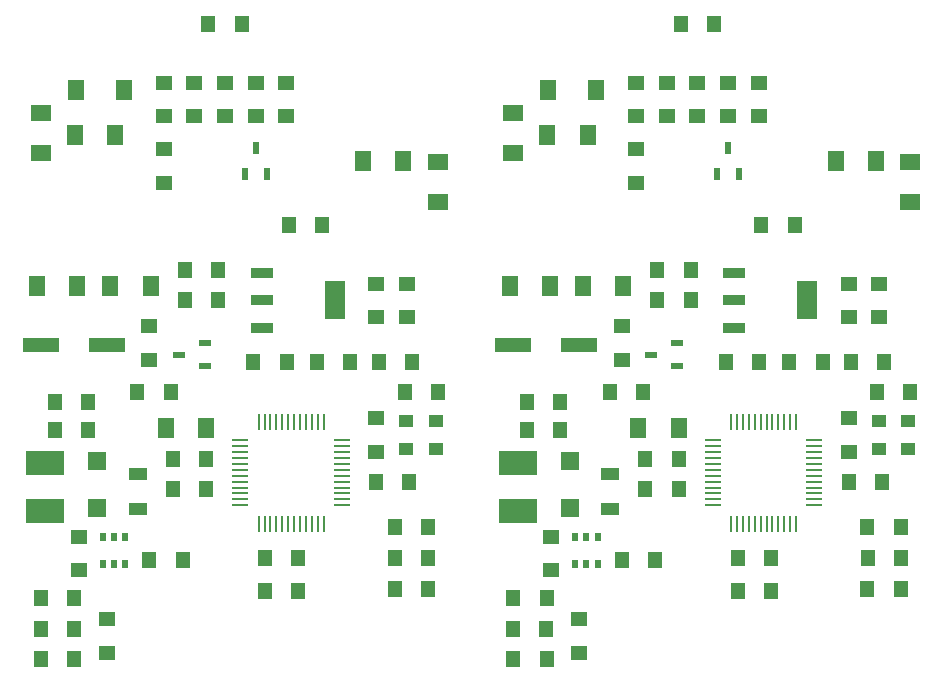
<source format=gtp>
G04 #@! TF.GenerationSoftware,KiCad,Pcbnew,5.0.0-rc2-dev-unknown-6866c0c~65~ubuntu16.04.1*
G04 #@! TF.CreationDate,2018-07-15T13:57:14+02:00*
G04 #@! TF.ProjectId,Rauchmelder_3.6_panelized,52617563686D656C6465725F332E365F,rev?*
G04 #@! TF.SameCoordinates,Original*
G04 #@! TF.FileFunction,Paste,Top*
G04 #@! TF.FilePolarity,Positive*
%FSLAX46Y46*%
G04 Gerber Fmt 4.6, Leading zero omitted, Abs format (unit mm)*
G04 Created by KiCad (PCBNEW 5.0.0-rc2-dev-unknown-6866c0c~65~ubuntu16.04.1) date Sun Jul 15 13:57:14 2018*
%MOMM*%
%LPD*%
G01*
G04 APERTURE LIST*
%ADD10R,1.400000X1.200000*%
%ADD11R,1.200000X1.400000*%
%ADD12R,1.380000X1.780000*%
%ADD13R,1.200000X1.403000*%
%ADD14R,1.403000X1.200000*%
%ADD15R,1.800000X3.200000*%
%ADD16R,1.835200X0.819200*%
%ADD17R,1.600000X1.100000*%
%ADD18R,3.100000X1.200000*%
%ADD19R,0.600000X1.000000*%
%ADD20R,1.600000X1.600000*%
%ADD21R,1.380000X1.760000*%
%ADD22R,0.480000X0.780000*%
%ADD23R,1.420000X0.170000*%
%ADD24R,0.170000X1.420000*%
%ADD25R,1.780000X1.380000*%
%ADD26R,3.200000X2.100000*%
%ADD27R,1.000000X0.600000*%
%ADD28R,1.200000X1.100000*%
G04 APERTURE END LIST*
D10*
X175200000Y-128000000D03*
X175200000Y-125200000D03*
D11*
X183200000Y-121200000D03*
X186000000Y-121200000D03*
X193800000Y-129800000D03*
X191000000Y-129800000D03*
X202000000Y-127000000D03*
X204800000Y-127000000D03*
X200400000Y-120600000D03*
X203200000Y-120600000D03*
X173200000Y-116200000D03*
X176000000Y-116200000D03*
X173200000Y-113800000D03*
X176000000Y-113800000D03*
D12*
X178300000Y-91200000D03*
X174900000Y-91200000D03*
D13*
X183178000Y-118600000D03*
X186022000Y-118600000D03*
X174822000Y-130400000D03*
X171978000Y-130400000D03*
D14*
X190200000Y-89622000D03*
X190200000Y-86778000D03*
X187600000Y-86778000D03*
X187600000Y-89622000D03*
D10*
X200400000Y-118000000D03*
X200400000Y-115200000D03*
D14*
X177600000Y-132178000D03*
X177600000Y-135022000D03*
X203000000Y-103778000D03*
X203000000Y-106622000D03*
D13*
X171978000Y-135600000D03*
X174822000Y-135600000D03*
D14*
X185000000Y-86778000D03*
X185000000Y-89622000D03*
D13*
X189022000Y-81800000D03*
X186178000Y-81800000D03*
X204822000Y-129600000D03*
X201978000Y-129600000D03*
D14*
X192800000Y-89622000D03*
X192800000Y-86778000D03*
D15*
X196899000Y-105200000D03*
D16*
X190701200Y-107511400D03*
X190701200Y-105200000D03*
X190701200Y-102888600D03*
D13*
X201978000Y-124400000D03*
X204822000Y-124400000D03*
D14*
X182400000Y-95222000D03*
X182400000Y-92378000D03*
D13*
X198222000Y-110400000D03*
X195378000Y-110400000D03*
X189978000Y-110400000D03*
X192822000Y-110400000D03*
X195822000Y-98800000D03*
X192978000Y-98800000D03*
D17*
X180200000Y-119900000D03*
X180200000Y-122900000D03*
D18*
X172000000Y-109000000D03*
X177600000Y-109000000D03*
D19*
X190200000Y-92300000D03*
X191150000Y-94500000D03*
X189250000Y-94500000D03*
D10*
X182400000Y-86800000D03*
X182400000Y-89600000D03*
D12*
X181300000Y-104000000D03*
X177900000Y-104000000D03*
X171700000Y-104000000D03*
X175100000Y-104000000D03*
D20*
X176800000Y-122800000D03*
X176800000Y-118800000D03*
D10*
X200400000Y-103800000D03*
X200400000Y-106600000D03*
D13*
X184178000Y-105200000D03*
X187022000Y-105200000D03*
D21*
X174970000Y-87400000D03*
X179040000Y-87400000D03*
D22*
X177250000Y-127550000D03*
X178200000Y-127550000D03*
X179150000Y-127550000D03*
X179150000Y-125250000D03*
X178200000Y-125250000D03*
X177250000Y-125250000D03*
D23*
X197500000Y-122550000D03*
X197500000Y-122050000D03*
X197500000Y-121550000D03*
X197500000Y-121050000D03*
X197500000Y-120550000D03*
X197500000Y-120050000D03*
X197500000Y-119550000D03*
X197500000Y-119050000D03*
X197500000Y-118550000D03*
X197500000Y-118050000D03*
X197500000Y-117550000D03*
X197500000Y-117050000D03*
D24*
X195950000Y-115500000D03*
X195450000Y-115500000D03*
X194950000Y-115500000D03*
X194450000Y-115500000D03*
X193950000Y-115500000D03*
X193450000Y-115500000D03*
X192950000Y-115500000D03*
X192450000Y-115500000D03*
X191950000Y-115500000D03*
X191450000Y-115500000D03*
X190950000Y-115500000D03*
X190450000Y-115500000D03*
D23*
X188900000Y-117050000D03*
X188900000Y-117550000D03*
X188900000Y-118050000D03*
X188900000Y-118550000D03*
X188900000Y-119050000D03*
X188900000Y-119550000D03*
X188900000Y-120050000D03*
X188900000Y-120550000D03*
X188900000Y-121050000D03*
X188900000Y-121550000D03*
X188900000Y-122050000D03*
X188900000Y-122550000D03*
D24*
X190450000Y-124100000D03*
X190950000Y-124100000D03*
X191450000Y-124100000D03*
X191950000Y-124100000D03*
X192450000Y-124100000D03*
X192950000Y-124100000D03*
X193450000Y-124100000D03*
X193950000Y-124100000D03*
X194450000Y-124100000D03*
X194950000Y-124100000D03*
X195450000Y-124100000D03*
X195950000Y-124100000D03*
D25*
X205600000Y-93500000D03*
X205600000Y-96900000D03*
D26*
X172400000Y-123025000D03*
X172400000Y-118975000D03*
D12*
X182600000Y-116000000D03*
X186000000Y-116000000D03*
D27*
X185900000Y-110750000D03*
X185900000Y-108850000D03*
X183700000Y-109800000D03*
D11*
X172000000Y-133000000D03*
X174800000Y-133000000D03*
D13*
X187022000Y-102600000D03*
X184178000Y-102600000D03*
D14*
X181200000Y-110222000D03*
X181200000Y-107378000D03*
D11*
X193800000Y-127000000D03*
X191000000Y-127000000D03*
X203400000Y-110400000D03*
X200600000Y-110400000D03*
D25*
X172000000Y-92700000D03*
X172000000Y-89300000D03*
D28*
X205450000Y-115450000D03*
X202950000Y-115450000D03*
X202950000Y-117750000D03*
X205450000Y-117750000D03*
D13*
X180178000Y-113000000D03*
X183022000Y-113000000D03*
X184022000Y-127200000D03*
X181178000Y-127200000D03*
D11*
X205600000Y-113000000D03*
X202800000Y-113000000D03*
D12*
X202700000Y-93400000D03*
X199300000Y-93400000D03*
D11*
X164800000Y-127000000D03*
X162000000Y-127000000D03*
D10*
X142400000Y-89600000D03*
X142400000Y-86800000D03*
D11*
X151000000Y-127000000D03*
X153800000Y-127000000D03*
X160600000Y-110400000D03*
X163400000Y-110400000D03*
D10*
X160400000Y-106600000D03*
X160400000Y-103800000D03*
D11*
X151000000Y-129800000D03*
X153800000Y-129800000D03*
D10*
X160400000Y-115200000D03*
X160400000Y-118000000D03*
D11*
X163200000Y-120600000D03*
X160400000Y-120600000D03*
X162800000Y-113000000D03*
X165600000Y-113000000D03*
X146000000Y-121200000D03*
X143200000Y-121200000D03*
X136000000Y-116200000D03*
X133200000Y-116200000D03*
D10*
X135200000Y-125200000D03*
X135200000Y-128000000D03*
D11*
X134800000Y-133000000D03*
X132000000Y-133000000D03*
X136000000Y-113800000D03*
X133200000Y-113800000D03*
D13*
X164822000Y-124400000D03*
X161978000Y-124400000D03*
X155378000Y-110400000D03*
X158222000Y-110400000D03*
X152822000Y-110400000D03*
X149978000Y-110400000D03*
D14*
X141200000Y-107378000D03*
X141200000Y-110222000D03*
X145000000Y-89622000D03*
X145000000Y-86778000D03*
D13*
X146178000Y-81800000D03*
X149022000Y-81800000D03*
D14*
X142400000Y-92378000D03*
X142400000Y-95222000D03*
D13*
X144178000Y-102600000D03*
X147022000Y-102600000D03*
D14*
X163000000Y-106622000D03*
X163000000Y-103778000D03*
D13*
X134822000Y-135600000D03*
X131978000Y-135600000D03*
D14*
X150200000Y-86778000D03*
X150200000Y-89622000D03*
X147600000Y-89622000D03*
X147600000Y-86778000D03*
D13*
X147022000Y-105200000D03*
X144178000Y-105200000D03*
D14*
X152800000Y-86778000D03*
X152800000Y-89622000D03*
D13*
X161978000Y-129600000D03*
X164822000Y-129600000D03*
X152978000Y-98800000D03*
X155822000Y-98800000D03*
X143022000Y-113000000D03*
X140178000Y-113000000D03*
X146022000Y-118600000D03*
X143178000Y-118600000D03*
X131978000Y-130400000D03*
X134822000Y-130400000D03*
X141178000Y-127200000D03*
X144022000Y-127200000D03*
D14*
X137600000Y-135022000D03*
X137600000Y-132178000D03*
D24*
X155950000Y-124100000D03*
X155450000Y-124100000D03*
X154950000Y-124100000D03*
X154450000Y-124100000D03*
X153950000Y-124100000D03*
X153450000Y-124100000D03*
X152950000Y-124100000D03*
X152450000Y-124100000D03*
X151950000Y-124100000D03*
X151450000Y-124100000D03*
X150950000Y-124100000D03*
X150450000Y-124100000D03*
D23*
X148900000Y-122550000D03*
X148900000Y-122050000D03*
X148900000Y-121550000D03*
X148900000Y-121050000D03*
X148900000Y-120550000D03*
X148900000Y-120050000D03*
X148900000Y-119550000D03*
X148900000Y-119050000D03*
X148900000Y-118550000D03*
X148900000Y-118050000D03*
X148900000Y-117550000D03*
X148900000Y-117050000D03*
D24*
X150450000Y-115500000D03*
X150950000Y-115500000D03*
X151450000Y-115500000D03*
X151950000Y-115500000D03*
X152450000Y-115500000D03*
X152950000Y-115500000D03*
X153450000Y-115500000D03*
X153950000Y-115500000D03*
X154450000Y-115500000D03*
X154950000Y-115500000D03*
X155450000Y-115500000D03*
X155950000Y-115500000D03*
D23*
X157500000Y-117050000D03*
X157500000Y-117550000D03*
X157500000Y-118050000D03*
X157500000Y-118550000D03*
X157500000Y-119050000D03*
X157500000Y-119550000D03*
X157500000Y-120050000D03*
X157500000Y-120550000D03*
X157500000Y-121050000D03*
X157500000Y-121550000D03*
X157500000Y-122050000D03*
X157500000Y-122550000D03*
D28*
X165450000Y-117750000D03*
X162950000Y-117750000D03*
X162950000Y-115450000D03*
X165450000Y-115450000D03*
D18*
X137600000Y-109000000D03*
X132000000Y-109000000D03*
D16*
X150701200Y-102888600D03*
X150701200Y-105200000D03*
X150701200Y-107511400D03*
D15*
X156899000Y-105200000D03*
D25*
X132000000Y-89300000D03*
X132000000Y-92700000D03*
D19*
X149250000Y-94500000D03*
X151150000Y-94500000D03*
X150200000Y-92300000D03*
D21*
X139040000Y-87400000D03*
X134970000Y-87400000D03*
D25*
X165600000Y-96900000D03*
X165600000Y-93500000D03*
D12*
X134900000Y-91200000D03*
X138300000Y-91200000D03*
X135100000Y-104000000D03*
X131700000Y-104000000D03*
D27*
X143700000Y-109800000D03*
X145900000Y-108850000D03*
X145900000Y-110750000D03*
D12*
X137900000Y-104000000D03*
X141300000Y-104000000D03*
X159300000Y-93400000D03*
X162700000Y-93400000D03*
X146000000Y-116000000D03*
X142600000Y-116000000D03*
D22*
X137250000Y-125250000D03*
X138200000Y-125250000D03*
X139150000Y-125250000D03*
X139150000Y-127550000D03*
X138200000Y-127550000D03*
X137250000Y-127550000D03*
D26*
X132400000Y-118975000D03*
X132400000Y-123025000D03*
D17*
X140200000Y-122900000D03*
X140200000Y-119900000D03*
D20*
X136800000Y-118800000D03*
X136800000Y-122800000D03*
M02*

</source>
